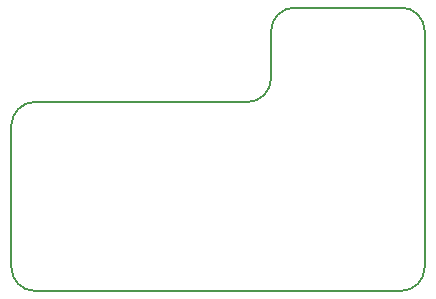
<source format=gko>
G04*
G04 #@! TF.GenerationSoftware,Altium Limited,CircuitStudio,1.5.2 (30)*
G04*
G04 Layer_Color=16720538*
%FSLAX25Y25*%
%MOIN*%
G70*
G01*
G75*
%ADD12C,0.00591*%
D12*
X472441Y456693D02*
G03*
X480315Y464567I0J7874D01*
G01*
X523622Y393701D02*
G03*
X531496Y401575I0J7874D01*
G01*
Y480315D02*
G03*
X523622Y488189I-7874J0D01*
G01*
X488189D02*
G03*
X480315Y480315I0J-7874D01*
G01*
X401575Y456693D02*
G03*
X393701Y448819I0J-7874D01*
G01*
Y401575D02*
G03*
X401575Y393701I7874J0D01*
G01*
X393701Y401575D02*
Y448819D01*
X401575Y456693D02*
X472441D01*
X401575Y393701D02*
X523622D01*
X531496Y401575D02*
Y480315D01*
X488189Y488189D02*
X523622D01*
X480315Y464567D02*
Y480315D01*
M02*

</source>
